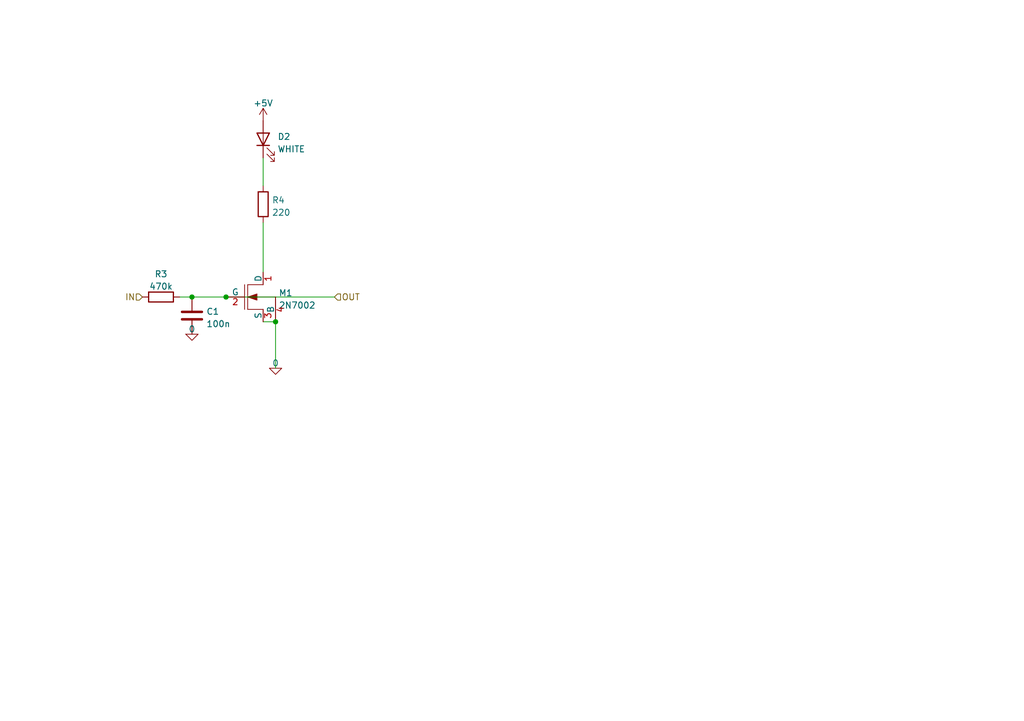
<source format=kicad_sch>
(kicad_sch (version 20211123) (generator eeschema)
  (paper "A5")
  (lib_symbols
    (symbol "Device:C" (pin_numbers hide) (pin_names (offset 0.254))
      (property "Reference" "C" (at 0.635 2.54 0))
      (property "Value" "C" (at 0.635 -2.54 0))
      (symbol "C_0_1"
        (polyline (pts (xy -2.032 -0.762) (xy 2.032 -0.762)) (stroke (width 0.508)))
        (polyline (pts (xy -2.032 0.762) (xy 2.032 0.762)) (stroke (width 0.508)))
      )
      (symbol "C_1_1"
        (pin passive line (at 0 3.81 270) (length 2.794) (name "~") (number "1"))
        (pin passive line (at 0 -3.81 90) (length 2.794) (name "~") (number "2"))
      )
    )
    (symbol "Device:LED" (pin_numbers hide) (pin_names (offset 1.016) hide)
      (property "Reference" "D" (at 0 2.54 0))
      (property "Value" "LED" (at 0 -2.54 0))
      (symbol "LED_0_1"
        (polyline (pts (xy -1.27 -1.27) (xy -1.27 1.27)) (stroke (width 0.254)))
        (polyline (pts (xy -1.27 0) (xy 1.27 0)))
        (polyline (pts (xy 1.27 -1.27) (xy 1.27 1.27) (xy -1.27 0) (xy 1.27 -1.27)) (stroke (width 0.254)))
        (polyline (pts (xy -3.048 -0.762) (xy -4.572 -2.286) (xy -3.81 -2.286) (xy -4.572 -2.286) (xy -4.572 -1.524)))
        (polyline (pts (xy -1.778 -0.762) (xy -3.302 -2.286) (xy -2.54 -2.286) (xy -3.302 -2.286) (xy -3.302 -1.524)))
      )
      (symbol "LED_1_1"
        (pin passive line (at -3.81 0 0) (length 2.54) (name "K") (number "1"))
        (pin passive line (at 3.81 0 180) (length 2.54) (name "A") (number "2"))
      )
    )
    (symbol "Device:R" (pin_numbers hide) (pin_names (offset 0))
      (property "Reference" "R" (at 2.032 0 90))
      (property "Value" "R" (at 0 0 90))
      (symbol "R_0_1"
        (rectangle (start -1.016 -2.54) (end 1.016 2.54) (stroke (width 0.254)))
      )
      (symbol "R_1_1"
        (pin passive line (at 0 3.81 270) (length 1.27) (name "~") (number "1"))
        (pin passive line (at 0 -3.81 90) (length 1.27) (name "~") (number "2"))
      )
    )
    (symbol "power:+5V" (power) (pin_names (offset 0))
      (property "Value" "+5V" (at 0 3.556 0))
      (symbol "+5V_0_1"
        (polyline (pts (xy -0.762 1.27) (xy 0 2.54)))
        (polyline (pts (xy 0 0) (xy 0 2.54)))
        (polyline (pts (xy 0 2.54) (xy 0.762 1.27)))
      )
      (symbol "+5V_1_1"
        (pin power_in line (at 0 0 90) (length 0) hide (name "+5V") (number "1"))
      )
    )
    (symbol "pspice:0" (power) (pin_names (offset 0))
      (property "Value" "0" (at 0 -1.778 0))
      (symbol "0_0_1"
        (polyline (pts (xy -1.27 0) (xy 0 -1.27) (xy 1.27 0) (xy -1.27 0)))
      )
      (symbol "0_1_1"
        (pin power_in line (at 0 0 0) (length 0) hide (name "0") (number "1"))
      )
    )
    (symbol "pspice:MNMOS" (pin_names (offset 0))
      (property "Reference" "M" (at 7.62 1.27 0))
      (property "Value" "MNMOS" (at 7.62 -1.27 0))
      (symbol "MNMOS_0_1"
        (polyline (pts (xy -1.27 -2.54) (xy -1.27 2.54)))
        (polyline (pts (xy -0.635 -2.54) (xy 2.54 -2.54)))
        (polyline (pts (xy 2.54 2.54) (xy -0.635 2.54)))
        (polyline (pts (xy 5.08 0) (xy -0.635 0)))
        (polyline (pts (xy -0.635 0) (xy 1.27 0.635) (xy 1.27 -0.635) (xy -0.635 0)) (fill (type outline)))
      )
      (symbol "MNMOS_1_1"
        (polyline (pts (xy -0.635 -2.54) (xy -0.635 2.54)))
        (pin passive line (at 2.54 5.08 270) (length 2.54) (name "D") (number "1"))
        (pin input line (at -5.08 0 0) (length 3.81) (name "G") (number "2"))
        (pin passive line (at 2.54 -5.08 90) (length 2.54) (name "S") (number "3"))
        (pin input line (at 5.08 -5.08 90) (length 5.08) (name "B") (number "4"))
      )
    )
  )
  (junction (at 39.37 60.96))
  (junction (at 56.515 66.04))
  (junction (at 46.355 60.96))
  (wire (pts (xy 39.37 60.96) (xy 46.355 60.96)))
  (wire (pts (xy 56.515 66.04) (xy 56.515 75.565)))
  (wire (pts (xy 53.975 66.04) (xy 56.515 66.04)))
  (wire (pts (xy 46.355 60.96) (xy 68.58 60.96)))
  (wire (pts (xy 53.975 32.385) (xy 53.975 38.1)))
  (wire (pts (xy 53.975 45.72) (xy 53.975 55.88)))
  (wire (pts (xy 36.83 60.96) (xy 39.37 60.96)))
  (hierarchical_label "IN" (shape input) (at 29.21 60.96 180))
  (hierarchical_label "OUT" (shape input) (at 68.58 60.96 0))
  (symbol (lib_id "pspice:MNMOS") (at 51.435 60.96 0) (unit 1)
    (property "Reference" "M1" (at 57.15 60.1253 0) (effects (justify left)))
    (property "Value" "2N7002" (at 57.15 62.6622 0) (effects (justify left)))
    (property "Spice_Primitive" "M" (effects hide))
    (property "Spice_Model" "2N7002" (effects hide))
    (property "Spice_Netlist_Enabled" "Y" (effects hide))
    (property "Spice_Lib_File" "/home/mark/repos/KiCad-Spice-Library/Models/Transistor/FET/MOS.lib" (effects hide))
  )
  (symbol (lib_id "pspice:0") (at 56.515 75.565 0) (unit 1)
    (property "Reference" "#GND02" (effects hide))
    (property "Value" "0" (at 56.515 74.5292 0))
  )
  (symbol (lib_id "Device:C") (at 39.37 64.77 0) (unit 1)
    (property "Reference" "C1" (at 42.291 63.9353 0) (effects (justify left)))
    (property "Value" "100n" (at 42.291 66.4722 0) (effects (justify left)))
  )
  (symbol (lib_id "Device:R") (at 33.02 60.96 90) (unit 1)
    (property "Reference" "R3" (at 33.02 56.2442 90))
    (property "Value" "470k" (at 33.02 58.7811 90))
  )
  (symbol (lib_id "pspice:0") (at 39.37 68.58 0) (unit 1)
    (property "Reference" "#GND01" (effects hide))
    (property "Value" "0" (at 39.37 67.5442 0))
  )
  (symbol (lib_id "power:+5V") (at 53.975 24.765 0) (unit 1)
    (property "Reference" "#PWR0103" (effects hide))
    (property "Value" "+5V" (at 53.975 21.1892 0))
  )
  (symbol (lib_id "Device:R") (at 53.975 41.91 0) (unit 1)
    (property "Reference" "R4" (at 55.753 41.0753 0) (effects (justify left)))
    (property "Value" "220" (at 55.753 43.6122 0) (effects (justify left)))
  )
  (symbol (lib_id "Device:LED") (at 53.975 28.575 90) (unit 1)
    (property "Reference" "D2" (at 56.896 28.0594 90) (effects (justify right)))
    (property "Value" "WHITE" (at 56.896 30.5963 90) (effects (justify right)))
    (property "Datasheet" "https://datasheet.lcsc.com/lcsc/1809041711_Hubei-KENTO-Elec-C2290_C2290.pdf" (effects hide))
    (property "Spice_Netlist_Enabled" "Y" (effects hide))
    (property "Spice_Primitive" "D" (effects hide))
    (property "Spice_Model" "WHITE_LED" (at 56.896 33.1332 90) (effects (justify right)))
    (property "Spice_Node_Sequence" "2 1" (effects hide))
  )
)
</source>
